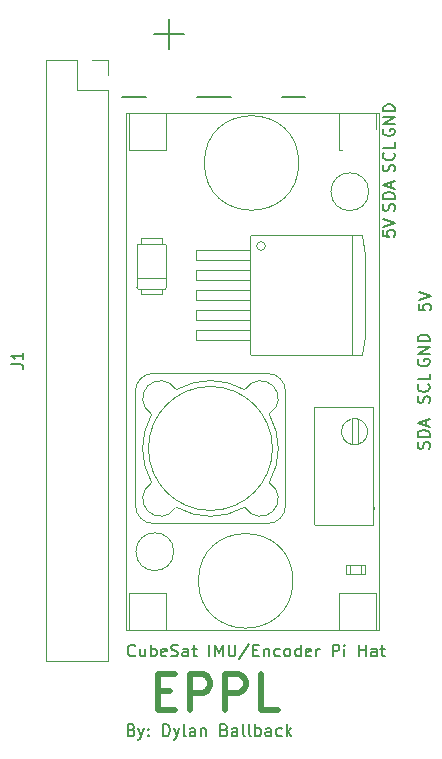
<source format=gbr>
%TF.GenerationSoftware,KiCad,Pcbnew,(6.0.5-0)*%
%TF.CreationDate,2024-02-05T18:51:56-05:00*%
%TF.ProjectId,CubeSat PCB,43756265-5361-4742-9050-43422e6b6963,rev?*%
%TF.SameCoordinates,Original*%
%TF.FileFunction,Legend,Top*%
%TF.FilePolarity,Positive*%
%FSLAX46Y46*%
G04 Gerber Fmt 4.6, Leading zero omitted, Abs format (unit mm)*
G04 Created by KiCad (PCBNEW (6.0.5-0)) date 2024-02-05 18:51:56*
%MOMM*%
%LPD*%
G01*
G04 APERTURE LIST*
%ADD10C,0.500000*%
%ADD11C,0.150000*%
%ADD12C,0.127000*%
%ADD13C,0.120000*%
G04 APERTURE END LIST*
D10*
X95992857Y-122735714D02*
X96992857Y-122735714D01*
X97421428Y-124307142D02*
X95992857Y-124307142D01*
X95992857Y-121307142D01*
X97421428Y-121307142D01*
X98707142Y-124307142D02*
X98707142Y-121307142D01*
X99850000Y-121307142D01*
X100135714Y-121450000D01*
X100278571Y-121592857D01*
X100421428Y-121878571D01*
X100421428Y-122307142D01*
X100278571Y-122592857D01*
X100135714Y-122735714D01*
X99850000Y-122878571D01*
X98707142Y-122878571D01*
X101707142Y-124307142D02*
X101707142Y-121307142D01*
X102850000Y-121307142D01*
X103135714Y-121450000D01*
X103278571Y-121592857D01*
X103421428Y-121878571D01*
X103421428Y-122307142D01*
X103278571Y-122592857D01*
X103135714Y-122735714D01*
X102850000Y-122878571D01*
X101707142Y-122878571D01*
X106135714Y-124307142D02*
X104707142Y-124307142D01*
X104707142Y-121307142D01*
D11*
X94085714Y-119707142D02*
X94038095Y-119754761D01*
X93895238Y-119802380D01*
X93800000Y-119802380D01*
X93657142Y-119754761D01*
X93561904Y-119659523D01*
X93514285Y-119564285D01*
X93466666Y-119373809D01*
X93466666Y-119230952D01*
X93514285Y-119040476D01*
X93561904Y-118945238D01*
X93657142Y-118850000D01*
X93800000Y-118802380D01*
X93895238Y-118802380D01*
X94038095Y-118850000D01*
X94085714Y-118897619D01*
X94942857Y-119135714D02*
X94942857Y-119802380D01*
X94514285Y-119135714D02*
X94514285Y-119659523D01*
X94561904Y-119754761D01*
X94657142Y-119802380D01*
X94800000Y-119802380D01*
X94895238Y-119754761D01*
X94942857Y-119707142D01*
X95419047Y-119802380D02*
X95419047Y-118802380D01*
X95419047Y-119183333D02*
X95514285Y-119135714D01*
X95704761Y-119135714D01*
X95800000Y-119183333D01*
X95847619Y-119230952D01*
X95895238Y-119326190D01*
X95895238Y-119611904D01*
X95847619Y-119707142D01*
X95800000Y-119754761D01*
X95704761Y-119802380D01*
X95514285Y-119802380D01*
X95419047Y-119754761D01*
X96704761Y-119754761D02*
X96609523Y-119802380D01*
X96419047Y-119802380D01*
X96323809Y-119754761D01*
X96276190Y-119659523D01*
X96276190Y-119278571D01*
X96323809Y-119183333D01*
X96419047Y-119135714D01*
X96609523Y-119135714D01*
X96704761Y-119183333D01*
X96752380Y-119278571D01*
X96752380Y-119373809D01*
X96276190Y-119469047D01*
X97133333Y-119754761D02*
X97276190Y-119802380D01*
X97514285Y-119802380D01*
X97609523Y-119754761D01*
X97657142Y-119707142D01*
X97704761Y-119611904D01*
X97704761Y-119516666D01*
X97657142Y-119421428D01*
X97609523Y-119373809D01*
X97514285Y-119326190D01*
X97323809Y-119278571D01*
X97228571Y-119230952D01*
X97180952Y-119183333D01*
X97133333Y-119088095D01*
X97133333Y-118992857D01*
X97180952Y-118897619D01*
X97228571Y-118850000D01*
X97323809Y-118802380D01*
X97561904Y-118802380D01*
X97704761Y-118850000D01*
X98561904Y-119802380D02*
X98561904Y-119278571D01*
X98514285Y-119183333D01*
X98419047Y-119135714D01*
X98228571Y-119135714D01*
X98133333Y-119183333D01*
X98561904Y-119754761D02*
X98466666Y-119802380D01*
X98228571Y-119802380D01*
X98133333Y-119754761D01*
X98085714Y-119659523D01*
X98085714Y-119564285D01*
X98133333Y-119469047D01*
X98228571Y-119421428D01*
X98466666Y-119421428D01*
X98561904Y-119373809D01*
X98895238Y-119135714D02*
X99276190Y-119135714D01*
X99038095Y-118802380D02*
X99038095Y-119659523D01*
X99085714Y-119754761D01*
X99180952Y-119802380D01*
X99276190Y-119802380D01*
X100371428Y-119802380D02*
X100371428Y-118802380D01*
X100847619Y-119802380D02*
X100847619Y-118802380D01*
X101180952Y-119516666D01*
X101514285Y-118802380D01*
X101514285Y-119802380D01*
X101990476Y-118802380D02*
X101990476Y-119611904D01*
X102038095Y-119707142D01*
X102085714Y-119754761D01*
X102180952Y-119802380D01*
X102371428Y-119802380D01*
X102466666Y-119754761D01*
X102514285Y-119707142D01*
X102561904Y-119611904D01*
X102561904Y-118802380D01*
X103752380Y-118754761D02*
X102895238Y-120040476D01*
X104085714Y-119278571D02*
X104419047Y-119278571D01*
X104561904Y-119802380D02*
X104085714Y-119802380D01*
X104085714Y-118802380D01*
X104561904Y-118802380D01*
X104990476Y-119135714D02*
X104990476Y-119802380D01*
X104990476Y-119230952D02*
X105038095Y-119183333D01*
X105133333Y-119135714D01*
X105276190Y-119135714D01*
X105371428Y-119183333D01*
X105419047Y-119278571D01*
X105419047Y-119802380D01*
X106323809Y-119754761D02*
X106228571Y-119802380D01*
X106038095Y-119802380D01*
X105942857Y-119754761D01*
X105895238Y-119707142D01*
X105847619Y-119611904D01*
X105847619Y-119326190D01*
X105895238Y-119230952D01*
X105942857Y-119183333D01*
X106038095Y-119135714D01*
X106228571Y-119135714D01*
X106323809Y-119183333D01*
X106895238Y-119802380D02*
X106800000Y-119754761D01*
X106752380Y-119707142D01*
X106704761Y-119611904D01*
X106704761Y-119326190D01*
X106752380Y-119230952D01*
X106800000Y-119183333D01*
X106895238Y-119135714D01*
X107038095Y-119135714D01*
X107133333Y-119183333D01*
X107180952Y-119230952D01*
X107228571Y-119326190D01*
X107228571Y-119611904D01*
X107180952Y-119707142D01*
X107133333Y-119754761D01*
X107038095Y-119802380D01*
X106895238Y-119802380D01*
X108085714Y-119802380D02*
X108085714Y-118802380D01*
X108085714Y-119754761D02*
X107990476Y-119802380D01*
X107800000Y-119802380D01*
X107704761Y-119754761D01*
X107657142Y-119707142D01*
X107609523Y-119611904D01*
X107609523Y-119326190D01*
X107657142Y-119230952D01*
X107704761Y-119183333D01*
X107800000Y-119135714D01*
X107990476Y-119135714D01*
X108085714Y-119183333D01*
X108942857Y-119754761D02*
X108847619Y-119802380D01*
X108657142Y-119802380D01*
X108561904Y-119754761D01*
X108514285Y-119659523D01*
X108514285Y-119278571D01*
X108561904Y-119183333D01*
X108657142Y-119135714D01*
X108847619Y-119135714D01*
X108942857Y-119183333D01*
X108990476Y-119278571D01*
X108990476Y-119373809D01*
X108514285Y-119469047D01*
X109419047Y-119802380D02*
X109419047Y-119135714D01*
X109419047Y-119326190D02*
X109466666Y-119230952D01*
X109514285Y-119183333D01*
X109609523Y-119135714D01*
X109704761Y-119135714D01*
X110800000Y-119802380D02*
X110800000Y-118802380D01*
X111180952Y-118802380D01*
X111276190Y-118850000D01*
X111323809Y-118897619D01*
X111371428Y-118992857D01*
X111371428Y-119135714D01*
X111323809Y-119230952D01*
X111276190Y-119278571D01*
X111180952Y-119326190D01*
X110800000Y-119326190D01*
X111800000Y-119802380D02*
X111800000Y-119135714D01*
X111800000Y-118802380D02*
X111752380Y-118850000D01*
X111800000Y-118897619D01*
X111847619Y-118850000D01*
X111800000Y-118802380D01*
X111800000Y-118897619D01*
X113038095Y-119802380D02*
X113038095Y-118802380D01*
X113038095Y-119278571D02*
X113609523Y-119278571D01*
X113609523Y-119802380D02*
X113609523Y-118802380D01*
X114514285Y-119802380D02*
X114514285Y-119278571D01*
X114466666Y-119183333D01*
X114371428Y-119135714D01*
X114180952Y-119135714D01*
X114085714Y-119183333D01*
X114514285Y-119754761D02*
X114419047Y-119802380D01*
X114180952Y-119802380D01*
X114085714Y-119754761D01*
X114038095Y-119659523D01*
X114038095Y-119564285D01*
X114085714Y-119469047D01*
X114180952Y-119421428D01*
X114419047Y-119421428D01*
X114514285Y-119373809D01*
X114847619Y-119135714D02*
X115228571Y-119135714D01*
X114990476Y-118802380D02*
X114990476Y-119659523D01*
X115038095Y-119754761D01*
X115133333Y-119802380D01*
X115228571Y-119802380D01*
X93778571Y-126028571D02*
X93921428Y-126076190D01*
X93969047Y-126123809D01*
X94016666Y-126219047D01*
X94016666Y-126361904D01*
X93969047Y-126457142D01*
X93921428Y-126504761D01*
X93826190Y-126552380D01*
X93445238Y-126552380D01*
X93445238Y-125552380D01*
X93778571Y-125552380D01*
X93873809Y-125600000D01*
X93921428Y-125647619D01*
X93969047Y-125742857D01*
X93969047Y-125838095D01*
X93921428Y-125933333D01*
X93873809Y-125980952D01*
X93778571Y-126028571D01*
X93445238Y-126028571D01*
X94350000Y-125885714D02*
X94588095Y-126552380D01*
X94826190Y-125885714D02*
X94588095Y-126552380D01*
X94492857Y-126790476D01*
X94445238Y-126838095D01*
X94350000Y-126885714D01*
X95207142Y-126457142D02*
X95254761Y-126504761D01*
X95207142Y-126552380D01*
X95159523Y-126504761D01*
X95207142Y-126457142D01*
X95207142Y-126552380D01*
X95207142Y-125933333D02*
X95254761Y-125980952D01*
X95207142Y-126028571D01*
X95159523Y-125980952D01*
X95207142Y-125933333D01*
X95207142Y-126028571D01*
X96445238Y-126552380D02*
X96445238Y-125552380D01*
X96683333Y-125552380D01*
X96826190Y-125600000D01*
X96921428Y-125695238D01*
X96969047Y-125790476D01*
X97016666Y-125980952D01*
X97016666Y-126123809D01*
X96969047Y-126314285D01*
X96921428Y-126409523D01*
X96826190Y-126504761D01*
X96683333Y-126552380D01*
X96445238Y-126552380D01*
X97350000Y-125885714D02*
X97588095Y-126552380D01*
X97826190Y-125885714D02*
X97588095Y-126552380D01*
X97492857Y-126790476D01*
X97445238Y-126838095D01*
X97350000Y-126885714D01*
X98350000Y-126552380D02*
X98254761Y-126504761D01*
X98207142Y-126409523D01*
X98207142Y-125552380D01*
X99159523Y-126552380D02*
X99159523Y-126028571D01*
X99111904Y-125933333D01*
X99016666Y-125885714D01*
X98826190Y-125885714D01*
X98730952Y-125933333D01*
X99159523Y-126504761D02*
X99064285Y-126552380D01*
X98826190Y-126552380D01*
X98730952Y-126504761D01*
X98683333Y-126409523D01*
X98683333Y-126314285D01*
X98730952Y-126219047D01*
X98826190Y-126171428D01*
X99064285Y-126171428D01*
X99159523Y-126123809D01*
X99635714Y-125885714D02*
X99635714Y-126552380D01*
X99635714Y-125980952D02*
X99683333Y-125933333D01*
X99778571Y-125885714D01*
X99921428Y-125885714D01*
X100016666Y-125933333D01*
X100064285Y-126028571D01*
X100064285Y-126552380D01*
X101635714Y-126028571D02*
X101778571Y-126076190D01*
X101826190Y-126123809D01*
X101873809Y-126219047D01*
X101873809Y-126361904D01*
X101826190Y-126457142D01*
X101778571Y-126504761D01*
X101683333Y-126552380D01*
X101302380Y-126552380D01*
X101302380Y-125552380D01*
X101635714Y-125552380D01*
X101730952Y-125600000D01*
X101778571Y-125647619D01*
X101826190Y-125742857D01*
X101826190Y-125838095D01*
X101778571Y-125933333D01*
X101730952Y-125980952D01*
X101635714Y-126028571D01*
X101302380Y-126028571D01*
X102730952Y-126552380D02*
X102730952Y-126028571D01*
X102683333Y-125933333D01*
X102588095Y-125885714D01*
X102397619Y-125885714D01*
X102302380Y-125933333D01*
X102730952Y-126504761D02*
X102635714Y-126552380D01*
X102397619Y-126552380D01*
X102302380Y-126504761D01*
X102254761Y-126409523D01*
X102254761Y-126314285D01*
X102302380Y-126219047D01*
X102397619Y-126171428D01*
X102635714Y-126171428D01*
X102730952Y-126123809D01*
X103350000Y-126552380D02*
X103254761Y-126504761D01*
X103207142Y-126409523D01*
X103207142Y-125552380D01*
X103873809Y-126552380D02*
X103778571Y-126504761D01*
X103730952Y-126409523D01*
X103730952Y-125552380D01*
X104254761Y-126552380D02*
X104254761Y-125552380D01*
X104254761Y-125933333D02*
X104350000Y-125885714D01*
X104540476Y-125885714D01*
X104635714Y-125933333D01*
X104683333Y-125980952D01*
X104730952Y-126076190D01*
X104730952Y-126361904D01*
X104683333Y-126457142D01*
X104635714Y-126504761D01*
X104540476Y-126552380D01*
X104350000Y-126552380D01*
X104254761Y-126504761D01*
X105588095Y-126552380D02*
X105588095Y-126028571D01*
X105540476Y-125933333D01*
X105445238Y-125885714D01*
X105254761Y-125885714D01*
X105159523Y-125933333D01*
X105588095Y-126504761D02*
X105492857Y-126552380D01*
X105254761Y-126552380D01*
X105159523Y-126504761D01*
X105111904Y-126409523D01*
X105111904Y-126314285D01*
X105159523Y-126219047D01*
X105254761Y-126171428D01*
X105492857Y-126171428D01*
X105588095Y-126123809D01*
X106492857Y-126504761D02*
X106397619Y-126552380D01*
X106207142Y-126552380D01*
X106111904Y-126504761D01*
X106064285Y-126457142D01*
X106016666Y-126361904D01*
X106016666Y-126076190D01*
X106064285Y-125980952D01*
X106111904Y-125933333D01*
X106207142Y-125885714D01*
X106397619Y-125885714D01*
X106492857Y-125933333D01*
X106921428Y-126552380D02*
X106921428Y-125552380D01*
X107016666Y-126171428D02*
X107302380Y-126552380D01*
X107302380Y-125885714D02*
X106921428Y-126266666D01*
X118050000Y-94661904D02*
X118002380Y-94757142D01*
X118002380Y-94900000D01*
X118050000Y-95042857D01*
X118145238Y-95138095D01*
X118240476Y-95185714D01*
X118430952Y-95233333D01*
X118573809Y-95233333D01*
X118764285Y-95185714D01*
X118859523Y-95138095D01*
X118954761Y-95042857D01*
X119002380Y-94900000D01*
X119002380Y-94804761D01*
X118954761Y-94661904D01*
X118907142Y-94614285D01*
X118573809Y-94614285D01*
X118573809Y-94804761D01*
X119002380Y-94185714D02*
X118002380Y-94185714D01*
X119002380Y-93614285D01*
X118002380Y-93614285D01*
X119002380Y-93138095D02*
X118002380Y-93138095D01*
X118002380Y-92900000D01*
X118050000Y-92757142D01*
X118145238Y-92661904D01*
X118240476Y-92614285D01*
X118430952Y-92566666D01*
X118573809Y-92566666D01*
X118764285Y-92614285D01*
X118859523Y-92661904D01*
X118954761Y-92757142D01*
X119002380Y-92900000D01*
X119002380Y-93138095D01*
X118102380Y-89990476D02*
X118102380Y-90466666D01*
X118578571Y-90514285D01*
X118530952Y-90466666D01*
X118483333Y-90371428D01*
X118483333Y-90133333D01*
X118530952Y-90038095D01*
X118578571Y-89990476D01*
X118673809Y-89942857D01*
X118911904Y-89942857D01*
X119007142Y-89990476D01*
X119054761Y-90038095D01*
X119102380Y-90133333D01*
X119102380Y-90371428D01*
X119054761Y-90466666D01*
X119007142Y-90514285D01*
X118102380Y-89657142D02*
X119102380Y-89323809D01*
X118102380Y-88990476D01*
X118954761Y-102214285D02*
X119002380Y-102071428D01*
X119002380Y-101833333D01*
X118954761Y-101738095D01*
X118907142Y-101690476D01*
X118811904Y-101642857D01*
X118716666Y-101642857D01*
X118621428Y-101690476D01*
X118573809Y-101738095D01*
X118526190Y-101833333D01*
X118478571Y-102023809D01*
X118430952Y-102119047D01*
X118383333Y-102166666D01*
X118288095Y-102214285D01*
X118192857Y-102214285D01*
X118097619Y-102166666D01*
X118050000Y-102119047D01*
X118002380Y-102023809D01*
X118002380Y-101785714D01*
X118050000Y-101642857D01*
X119002380Y-101214285D02*
X118002380Y-101214285D01*
X118002380Y-100976190D01*
X118050000Y-100833333D01*
X118145238Y-100738095D01*
X118240476Y-100690476D01*
X118430952Y-100642857D01*
X118573809Y-100642857D01*
X118764285Y-100690476D01*
X118859523Y-100738095D01*
X118954761Y-100833333D01*
X119002380Y-100976190D01*
X119002380Y-101214285D01*
X118716666Y-100261904D02*
X118716666Y-99785714D01*
X119002380Y-100357142D02*
X118002380Y-100023809D01*
X119002380Y-99690476D01*
X118954761Y-98340476D02*
X119002380Y-98197619D01*
X119002380Y-97959523D01*
X118954761Y-97864285D01*
X118907142Y-97816666D01*
X118811904Y-97769047D01*
X118716666Y-97769047D01*
X118621428Y-97816666D01*
X118573809Y-97864285D01*
X118526190Y-97959523D01*
X118478571Y-98150000D01*
X118430952Y-98245238D01*
X118383333Y-98292857D01*
X118288095Y-98340476D01*
X118192857Y-98340476D01*
X118097619Y-98292857D01*
X118050000Y-98245238D01*
X118002380Y-98150000D01*
X118002380Y-97911904D01*
X118050000Y-97769047D01*
X118907142Y-96769047D02*
X118954761Y-96816666D01*
X119002380Y-96959523D01*
X119002380Y-97054761D01*
X118954761Y-97197619D01*
X118859523Y-97292857D01*
X118764285Y-97340476D01*
X118573809Y-97388095D01*
X118430952Y-97388095D01*
X118240476Y-97340476D01*
X118145238Y-97292857D01*
X118050000Y-97197619D01*
X118002380Y-97054761D01*
X118002380Y-96959523D01*
X118050000Y-96816666D01*
X118097619Y-96769047D01*
X119002380Y-95864285D02*
X119002380Y-96340476D01*
X118002380Y-96340476D01*
X115100000Y-75161904D02*
X115052380Y-75257142D01*
X115052380Y-75400000D01*
X115100000Y-75542857D01*
X115195238Y-75638095D01*
X115290476Y-75685714D01*
X115480952Y-75733333D01*
X115623809Y-75733333D01*
X115814285Y-75685714D01*
X115909523Y-75638095D01*
X116004761Y-75542857D01*
X116052380Y-75400000D01*
X116052380Y-75304761D01*
X116004761Y-75161904D01*
X115957142Y-75114285D01*
X115623809Y-75114285D01*
X115623809Y-75304761D01*
X116052380Y-74685714D02*
X115052380Y-74685714D01*
X116052380Y-74114285D01*
X115052380Y-74114285D01*
X116052380Y-73638095D02*
X115052380Y-73638095D01*
X115052380Y-73400000D01*
X115100000Y-73257142D01*
X115195238Y-73161904D01*
X115290476Y-73114285D01*
X115480952Y-73066666D01*
X115623809Y-73066666D01*
X115814285Y-73114285D01*
X115909523Y-73161904D01*
X116004761Y-73257142D01*
X116052380Y-73400000D01*
X116052380Y-73638095D01*
X115052380Y-83740476D02*
X115052380Y-84216666D01*
X115528571Y-84264285D01*
X115480952Y-84216666D01*
X115433333Y-84121428D01*
X115433333Y-83883333D01*
X115480952Y-83788095D01*
X115528571Y-83740476D01*
X115623809Y-83692857D01*
X115861904Y-83692857D01*
X115957142Y-83740476D01*
X116004761Y-83788095D01*
X116052380Y-83883333D01*
X116052380Y-84121428D01*
X116004761Y-84216666D01*
X115957142Y-84264285D01*
X115052380Y-83407142D02*
X116052380Y-83073809D01*
X115052380Y-82740476D01*
X116004761Y-78740476D02*
X116052380Y-78597619D01*
X116052380Y-78359523D01*
X116004761Y-78264285D01*
X115957142Y-78216666D01*
X115861904Y-78169047D01*
X115766666Y-78169047D01*
X115671428Y-78216666D01*
X115623809Y-78264285D01*
X115576190Y-78359523D01*
X115528571Y-78550000D01*
X115480952Y-78645238D01*
X115433333Y-78692857D01*
X115338095Y-78740476D01*
X115242857Y-78740476D01*
X115147619Y-78692857D01*
X115100000Y-78645238D01*
X115052380Y-78550000D01*
X115052380Y-78311904D01*
X115100000Y-78169047D01*
X115957142Y-77169047D02*
X116004761Y-77216666D01*
X116052380Y-77359523D01*
X116052380Y-77454761D01*
X116004761Y-77597619D01*
X115909523Y-77692857D01*
X115814285Y-77740476D01*
X115623809Y-77788095D01*
X115480952Y-77788095D01*
X115290476Y-77740476D01*
X115195238Y-77692857D01*
X115100000Y-77597619D01*
X115052380Y-77454761D01*
X115052380Y-77359523D01*
X115100000Y-77216666D01*
X115147619Y-77169047D01*
X116052380Y-76264285D02*
X116052380Y-76740476D01*
X115052380Y-76740476D01*
X116004761Y-82064285D02*
X116052380Y-81921428D01*
X116052380Y-81683333D01*
X116004761Y-81588095D01*
X115957142Y-81540476D01*
X115861904Y-81492857D01*
X115766666Y-81492857D01*
X115671428Y-81540476D01*
X115623809Y-81588095D01*
X115576190Y-81683333D01*
X115528571Y-81873809D01*
X115480952Y-81969047D01*
X115433333Y-82016666D01*
X115338095Y-82064285D01*
X115242857Y-82064285D01*
X115147619Y-82016666D01*
X115100000Y-81969047D01*
X115052380Y-81873809D01*
X115052380Y-81635714D01*
X115100000Y-81492857D01*
X116052380Y-81064285D02*
X115052380Y-81064285D01*
X115052380Y-80826190D01*
X115100000Y-80683333D01*
X115195238Y-80588095D01*
X115290476Y-80540476D01*
X115480952Y-80492857D01*
X115623809Y-80492857D01*
X115814285Y-80540476D01*
X115909523Y-80588095D01*
X116004761Y-80683333D01*
X116052380Y-80826190D01*
X116052380Y-81064285D01*
X115766666Y-80111904D02*
X115766666Y-79635714D01*
X116052380Y-80207142D02*
X115052380Y-79873809D01*
X116052380Y-79540476D01*
%TO.C,J1*%
X83602380Y-95083333D02*
X84316666Y-95083333D01*
X84459523Y-95130952D01*
X84554761Y-95226190D01*
X84602380Y-95369047D01*
X84602380Y-95464285D01*
X84602380Y-94083333D02*
X84602380Y-94654761D01*
X84602380Y-94369047D02*
X83602380Y-94369047D01*
X83745238Y-94464285D01*
X83840476Y-94559523D01*
X83888095Y-94654761D01*
D12*
%TO.C,J4*%
X96940000Y-67100000D02*
X96940000Y-65830000D01*
X95670000Y-67100000D02*
X96940000Y-67100000D01*
X96940000Y-67100000D02*
X96940000Y-68370000D01*
X98210000Y-67100000D02*
X96940000Y-67100000D01*
X99328000Y-72450000D02*
X102172000Y-72450000D01*
X108500000Y-72450000D02*
X106528000Y-72450000D01*
X93000000Y-72450000D02*
X94972000Y-72450000D01*
D13*
%TO.C,J1*%
X91750000Y-69290000D02*
X91750000Y-70620000D01*
X89150000Y-71890000D02*
X91750000Y-71890000D01*
X86550000Y-69290000D02*
X86550000Y-120210000D01*
X89150000Y-69290000D02*
X89150000Y-71890000D01*
X90420000Y-69290000D02*
X91750000Y-69290000D01*
X86550000Y-120210000D02*
X91750000Y-120210000D01*
X86550000Y-69290000D02*
X89150000Y-69290000D01*
X91750000Y-71890000D02*
X91750000Y-120210000D01*
%TO.C,U1*%
X114207705Y-108679783D02*
G75*
G03*
X114257705Y-108629783I0J50000D01*
G01*
X109307706Y-98679783D02*
G75*
G03*
X109257706Y-98729783I0J-50000D01*
G01*
X114257705Y-98729783D02*
G75*
G03*
X114207705Y-98679783I-50000J0D01*
G01*
X109257706Y-108629783D02*
G75*
G03*
X109307706Y-108679783I50000J0D01*
G01*
X112376310Y-99716386D02*
G75*
G03*
X112427473Y-99704148I281396J-1063397D01*
G01*
X105456383Y-105033011D02*
G75*
G03*
X105490469Y-105167183I86994J-49315D01*
G01*
X97484418Y-97161132D02*
G75*
G03*
X97618591Y-97195217I84857J52909D01*
G01*
X103289817Y-97195218D02*
G75*
G03*
X103423990Y-97161131I49315J86995D01*
G01*
X105490469Y-99227611D02*
G75*
G03*
X105456383Y-99361783I52908J-84857D01*
G01*
X105490469Y-99227611D02*
G75*
G03*
X103423989Y-97161132I-793625J1272855D01*
G01*
X95417938Y-105167183D02*
G75*
G03*
X97484418Y-107233662I793625J-1272855D01*
G01*
X105456383Y-105033011D02*
G75*
G03*
X105456383Y-99361784I-5002179J2835614D01*
G01*
X103289817Y-97195218D02*
G75*
G03*
X97618590Y-97195218I-2835613J-5002179D01*
G01*
X97484418Y-97161132D02*
G75*
G03*
X95417938Y-99227611I-1272855J-793624D01*
G01*
X95417938Y-105167183D02*
G75*
G03*
X95452024Y-105033011I-52908J84857D01*
G01*
X95604204Y-95847397D02*
G75*
G03*
X94104204Y-97347397I0J-1500000D01*
G01*
X105304204Y-108547397D02*
G75*
G03*
X106804204Y-107047397I0J1500000D01*
G01*
X106804204Y-97347397D02*
G75*
G03*
X105304204Y-95847397I-1500000J0D01*
G01*
X95452024Y-99361783D02*
G75*
G03*
X95417938Y-99227611I-86994J49315D01*
G01*
X103423989Y-107233662D02*
G75*
G03*
X105490469Y-105167183I1272855J793624D01*
G01*
X94104204Y-107047397D02*
G75*
G03*
X95604204Y-108547397I1500000J0D01*
G01*
X97618590Y-107199576D02*
G75*
G03*
X103289817Y-107199576I2835614J5002179D01*
G01*
X97618590Y-107199576D02*
G75*
G03*
X97484417Y-107233663I-49315J-86995D01*
G01*
X95452024Y-99361783D02*
G75*
G03*
X95452024Y-105033011I5002180J-2835614D01*
G01*
X103423989Y-107233662D02*
G75*
G03*
X103289816Y-107199577I-84857J-52909D01*
G01*
X96706783Y-84961636D02*
G75*
G03*
X96606783Y-84861636I-100000J0D01*
G01*
X96606783Y-88661636D02*
G75*
G03*
X96706783Y-88561636I0J100000D01*
G01*
X94206783Y-88561636D02*
G75*
G03*
X94306783Y-88661636I100000J0D01*
G01*
X94306783Y-84861636D02*
G75*
G03*
X94206783Y-84961636I0J-100000D01*
G01*
X111620000Y-76960000D02*
X111310000Y-76960000D01*
X114470000Y-73830000D02*
X114470000Y-75130000D01*
X111315000Y-73830000D02*
X111310000Y-76960000D01*
X96690000Y-73830000D02*
X96690000Y-76960000D01*
X96690000Y-76960000D02*
X93530000Y-76960000D01*
X93530000Y-73830000D02*
X93530000Y-76960000D01*
X114470000Y-114440000D02*
X114470000Y-117555000D01*
X111310000Y-114440000D02*
X111310000Y-117600000D01*
X111310000Y-114440000D02*
X114470000Y-114440000D01*
X96690000Y-114440000D02*
X96690000Y-117555000D01*
X93530000Y-114440000D02*
X93530000Y-117555000D01*
X93530000Y-114440000D02*
X96690000Y-114440000D01*
X105110406Y-85053179D02*
G75*
G03*
X105110406Y-85053179I-375000J0D01*
G01*
X97344000Y-110940000D02*
G75*
G03*
X97344000Y-110940000I-1599000J0D01*
G01*
X113853999Y-80460000D02*
G75*
G03*
X113853999Y-80460000I-1598999J0D01*
G01*
X105704204Y-102197397D02*
G75*
G03*
X105704204Y-102197397I-5250000J0D01*
G01*
X107434794Y-113409307D02*
G75*
G03*
X107434794Y-113409307I-4000000J0D01*
G01*
X107932582Y-78026666D02*
G75*
G03*
X107932582Y-78026666I-4000000J0D01*
G01*
X96095304Y-88662636D02*
X96189856Y-88662636D01*
X96606783Y-87791358D02*
X94306783Y-87791358D01*
X99193330Y-85390233D02*
X103823330Y-85390233D01*
X99193330Y-86230233D02*
X103823330Y-86230233D01*
X99193330Y-85390233D02*
X99193330Y-86230233D01*
X99193330Y-87090233D02*
X103823330Y-87090233D01*
X99193330Y-87930233D02*
X103823330Y-87930233D01*
X99193330Y-87090233D02*
X99193330Y-87930233D01*
X99193330Y-88790233D02*
X103823330Y-88790233D01*
X99193330Y-89630233D02*
X103823330Y-89630233D01*
X99193330Y-88790233D02*
X99193330Y-89630233D01*
X99193330Y-90490233D02*
X103823330Y-90490233D01*
X99193330Y-91330233D02*
X103823330Y-91330233D01*
X99193330Y-90490233D02*
X99193330Y-91330233D01*
X99193330Y-92190233D02*
X103823330Y-92190233D01*
X99193330Y-93030233D02*
X103823330Y-93030233D01*
X99193330Y-92190233D02*
X99193330Y-93030233D01*
X111885851Y-84129233D02*
X111724313Y-84129233D01*
X103900894Y-84130233D02*
X113252390Y-84130233D01*
X103900894Y-84130233D02*
X103823330Y-84207797D01*
X103823330Y-84207797D02*
X103823330Y-94212670D01*
X103900894Y-94290233D02*
X113252390Y-94290233D01*
X103823330Y-94212670D02*
X103900894Y-94290233D01*
X112463330Y-94290233D02*
X112463330Y-84130233D01*
X113252390Y-84130233D02*
X113543329Y-85780233D01*
X113543329Y-85780233D02*
X113543329Y-92640233D01*
X113543329Y-92640233D02*
X113252390Y-94290233D01*
X94306783Y-84861636D02*
X96606783Y-84861636D01*
X94206783Y-88561636D02*
X94206783Y-84961636D01*
X96606783Y-88661636D02*
X94306783Y-88661636D01*
X96706783Y-84961636D02*
X96706783Y-88561636D01*
X96331783Y-89111636D02*
X94581783Y-89111636D01*
X94581783Y-89111636D02*
X94581783Y-88661636D01*
X96331783Y-88661636D02*
X96331783Y-89111636D01*
X94581783Y-84861636D02*
X94581783Y-84411636D01*
X94581783Y-84411636D02*
X96331783Y-84411636D01*
X96331783Y-84411636D02*
X96331783Y-84861636D01*
X93275000Y-73825000D02*
X93275000Y-117575000D01*
X114725000Y-73825000D02*
X93275000Y-73825000D01*
X114725000Y-117575000D02*
X114725000Y-73825000D01*
X93275000Y-117575000D02*
X114725000Y-117575000D01*
X113509704Y-112828681D02*
X113509704Y-112028681D01*
X113189704Y-112028681D02*
X113189704Y-112828681D01*
X105304204Y-95847397D02*
X95604204Y-95847397D01*
X106804204Y-107047397D02*
X106804204Y-97347397D01*
X95604204Y-108547397D02*
X105304204Y-108547397D01*
X94104204Y-97347397D02*
X94104204Y-107047397D01*
X112407706Y-99740553D02*
X112407706Y-101819014D01*
X112907705Y-101819014D02*
X112907705Y-99740553D01*
X112939100Y-99716385D02*
X112907705Y-99740553D01*
X112882706Y-99728594D02*
X112907705Y-99740553D01*
X112882706Y-99728594D02*
X112887938Y-99704147D01*
X112882706Y-99728594D02*
X112913925Y-99735764D01*
X114257705Y-98729783D02*
X114257705Y-108629783D01*
X109307706Y-98679783D02*
X114207705Y-98679783D01*
X109257706Y-108629783D02*
X109257706Y-98729783D01*
X114207705Y-108679783D02*
X109307706Y-108679783D01*
X114258705Y-107238978D02*
X114258705Y-107194106D01*
X114258705Y-107322312D02*
X114258705Y-107288357D01*
X112229705Y-112828681D02*
X112229705Y-112028681D01*
X111909705Y-112828681D02*
X111909705Y-112028681D01*
X113509704Y-112828681D02*
X111909705Y-112828681D01*
X111909705Y-112028681D02*
X113509704Y-112028681D01*
%TD*%
M02*

</source>
